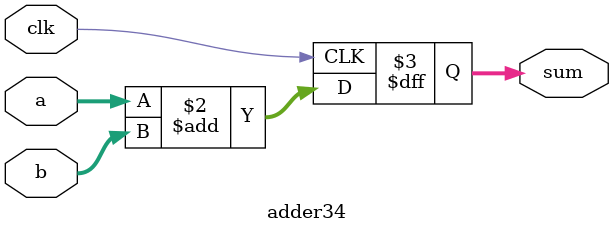
<source format=v>
module adder34(a, b, clk, sum);
    input [33:0] a, b;
    input clk;
    output reg [33:0] sum;

    always @(posedge clk) begin
        sum <= a + b;
    end
endmodule
</source>
